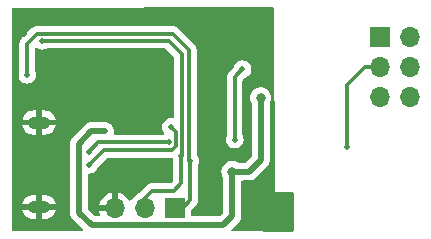
<source format=gbr>
%TF.GenerationSoftware,KiCad,Pcbnew,7.0.2*%
%TF.CreationDate,2023-06-02T20:19:36-04:00*%
%TF.ProjectId,Zaelio_USB_YHP,5a61656c-696f-45f5-9553-425f5948502e,rev?*%
%TF.SameCoordinates,Original*%
%TF.FileFunction,Copper,L2,Bot*%
%TF.FilePolarity,Positive*%
%FSLAX46Y46*%
G04 Gerber Fmt 4.6, Leading zero omitted, Abs format (unit mm)*
G04 Created by KiCad (PCBNEW 7.0.2) date 2023-06-02 20:19:36*
%MOMM*%
%LPD*%
G01*
G04 APERTURE LIST*
%TA.AperFunction,ComponentPad*%
%ADD10R,1.700000X1.700000*%
%TD*%
%TA.AperFunction,ComponentPad*%
%ADD11O,1.700000X1.700000*%
%TD*%
%TA.AperFunction,ComponentPad*%
%ADD12O,1.900000X1.050000*%
%TD*%
%TA.AperFunction,ViaPad*%
%ADD13C,0.500000*%
%TD*%
%TA.AperFunction,ViaPad*%
%ADD14C,0.800000*%
%TD*%
%TA.AperFunction,Conductor*%
%ADD15C,0.300000*%
%TD*%
%TA.AperFunction,Conductor*%
%ADD16C,0.500000*%
%TD*%
G04 APERTURE END LIST*
D10*
%TO.P,J1,1,Pin_1*%
%TO.N,Net-(J1-Pin_1)*%
X142790000Y-49595000D03*
D11*
%TO.P,J1,2,Pin_2*%
%TO.N,unconnected-(J1-Pin_2-Pad2)*%
X145330000Y-49595000D03*
%TO.P,J1,3,Pin_3*%
%TO.N,Net-(J1-Pin_3)*%
X142790000Y-52135000D03*
%TO.P,J1,4,Pin_4*%
%TO.N,unconnected-(J1-Pin_4-Pad4)*%
X145330000Y-52135000D03*
%TO.P,J1,5,Pin_5*%
%TO.N,Net-(J1-Pin_5)*%
X142790000Y-54675000D03*
%TO.P,J1,6,Pin_6*%
%TO.N,Earth*%
X145330000Y-54675000D03*
%TD*%
D10*
%TO.P,J3,1,Pin_1*%
%TO.N,/TX*%
X125390000Y-64110000D03*
D11*
%TO.P,J3,2,Pin_2*%
%TO.N,/RX*%
X122850000Y-64110000D03*
%TO.P,J3,3,Pin_3*%
%TO.N,GND*%
X120310000Y-64110000D03*
%TD*%
D12*
%TO.P,J2,6,Shield*%
%TO.N,GND*%
X113880000Y-56870000D03*
X113880000Y-64020000D03*
%TD*%
D13*
%TO.N,GND*%
X128000000Y-54000000D03*
X121000000Y-55000000D03*
X132000000Y-65000000D03*
X130000000Y-50000000D03*
X125000000Y-55000000D03*
X127000000Y-48000000D03*
X120000000Y-48000000D03*
X119000000Y-51000000D03*
X119000000Y-62000000D03*
X123000000Y-48000000D03*
X121000000Y-51000000D03*
X132000000Y-48000000D03*
X116000000Y-65000000D03*
X124000000Y-48000000D03*
X125000000Y-52000000D03*
X133000000Y-65000000D03*
X131000000Y-50000000D03*
X130000000Y-49000000D03*
X122000000Y-55000000D03*
X124000000Y-54000000D03*
X115000000Y-55000000D03*
X125000000Y-48000000D03*
X121000000Y-54000000D03*
X128000000Y-49000000D03*
X129000000Y-53000000D03*
X121000000Y-62000000D03*
X126000000Y-48000000D03*
X119000000Y-52000000D03*
X131000000Y-49000000D03*
X130000000Y-51000000D03*
X128000000Y-50000000D03*
X120000000Y-62000000D03*
X122000000Y-48000000D03*
X130000000Y-48000000D03*
X119000000Y-53000000D03*
X123000000Y-53000000D03*
X119000000Y-48000000D03*
X123000000Y-51000000D03*
X129000000Y-49000000D03*
X122000000Y-62000000D03*
X129000000Y-54000000D03*
X123000000Y-55000000D03*
X124000000Y-52000000D03*
X133000000Y-48000000D03*
X124000000Y-53000000D03*
X123000000Y-54000000D03*
X135000000Y-65000000D03*
X134000000Y-65000000D03*
X125000000Y-53000000D03*
X124000000Y-55000000D03*
X125000000Y-54000000D03*
X128000000Y-48000000D03*
X120000000Y-51000000D03*
X122000000Y-54000000D03*
X131000000Y-48000000D03*
X130000000Y-52000000D03*
X129000000Y-50000000D03*
X123000000Y-52000000D03*
X131000000Y-51000000D03*
X121000000Y-48000000D03*
X128000000Y-52000000D03*
X124000000Y-51000000D03*
X128000000Y-53000000D03*
X129000000Y-48000000D03*
X128000000Y-51000000D03*
X120000000Y-52000000D03*
X127000000Y-49000000D03*
X129000000Y-52000000D03*
X129000000Y-51000000D03*
X122000000Y-51000000D03*
X112590000Y-49390000D03*
X122000000Y-53000000D03*
X121000000Y-52000000D03*
X121000000Y-53000000D03*
X120000000Y-53000000D03*
X122000000Y-52000000D03*
D14*
%TO.N,/+5V_USB*%
X130240000Y-61020000D03*
X132650000Y-54800000D03*
D13*
X119470000Y-57600000D03*
%TO.N,/RX*%
X131110000Y-52360000D03*
X130460000Y-58310000D03*
X114170000Y-49950000D03*
X125920000Y-59690000D03*
%TO.N,/TX*%
X112880000Y-52820000D03*
X126690000Y-60090000D03*
%TO.N,Net-(J1-Pin_3)*%
X139930000Y-58980000D03*
%TO.N,Net-(J2-D-)*%
X124860000Y-58560000D03*
X118080000Y-59370000D03*
%TO.N,Net-(J2-D+)*%
X125070000Y-57260000D03*
X118130000Y-60450000D03*
%TD*%
D15*
%TO.N,GND*%
X112610000Y-56870000D02*
X113880000Y-56870000D01*
X112590000Y-49390000D02*
X112390000Y-49390000D01*
X112040000Y-49740000D02*
X112040000Y-56300000D01*
X112390000Y-49390000D02*
X112040000Y-49740000D01*
X112040000Y-56300000D02*
X112610000Y-56870000D01*
D16*
%TO.N,/+5V_USB*%
X130240000Y-61020000D02*
X130240000Y-64790000D01*
X130240000Y-64790000D02*
X129460000Y-65570000D01*
X130240000Y-61020000D02*
X131700000Y-61020000D01*
X129460000Y-65570000D02*
X118330000Y-65570000D01*
X132650000Y-60070000D02*
X132650000Y-54800000D01*
X118330000Y-65570000D02*
X117260000Y-64500000D01*
X117260000Y-58660000D02*
X118320000Y-57600000D01*
X117260000Y-64500000D02*
X117260000Y-58660000D01*
X131700000Y-61020000D02*
X132650000Y-60070000D01*
X118320000Y-57600000D02*
X119470000Y-57600000D01*
D15*
%TO.N,/RX*%
X122850000Y-63260000D02*
X122850000Y-64110000D01*
X125920000Y-59690000D02*
X125920000Y-62030000D01*
X125920000Y-62030000D02*
X125300000Y-62650000D01*
X125960000Y-51050000D02*
X125960000Y-59650000D01*
X130460000Y-58310000D02*
X130460000Y-53010000D01*
X114170000Y-49950000D02*
X124860000Y-49950000D01*
X123460000Y-62650000D02*
X122850000Y-63260000D01*
X125300000Y-62650000D02*
X123460000Y-62650000D01*
X124860000Y-49950000D02*
X125960000Y-51050000D01*
X130460000Y-53010000D02*
X131110000Y-52360000D01*
X125960000Y-59650000D02*
X125920000Y-59690000D01*
%TO.N,/TX*%
X113720000Y-49350000D02*
X112880000Y-50190000D01*
X125190000Y-49350000D02*
X113720000Y-49350000D01*
X126580000Y-50740000D02*
X125190000Y-49350000D01*
X126580000Y-59980000D02*
X126580000Y-50740000D01*
X126690000Y-60090000D02*
X126580000Y-59980000D01*
X126690000Y-60090000D02*
X126690000Y-63470000D01*
X126050000Y-64110000D02*
X125390000Y-64110000D01*
X126690000Y-63470000D02*
X126050000Y-64110000D01*
X112880000Y-50190000D02*
X112880000Y-52820000D01*
%TO.N,Net-(J1-Pin_3)*%
X139930000Y-58980000D02*
X139930000Y-53690000D01*
X139930000Y-53690000D02*
X141490000Y-52130000D01*
X141490000Y-52130000D02*
X141495000Y-52135000D01*
X141495000Y-52135000D02*
X142790000Y-52135000D01*
%TO.N,Net-(J2-D-)*%
X118890000Y-58560000D02*
X124860000Y-58560000D01*
X118080000Y-59370000D02*
X118890000Y-58560000D01*
%TO.N,Net-(J2-D+)*%
X119390000Y-59190000D02*
X125130000Y-59190000D01*
X125130000Y-59190000D02*
X125460000Y-58860000D01*
X118130000Y-60450000D02*
X119390000Y-59190000D01*
X125460000Y-58860000D02*
X125460000Y-57650000D01*
X125460000Y-57650000D02*
X125070000Y-57260000D01*
%TD*%
%TA.AperFunction,Conductor*%
%TO.N,GND*%
G36*
X133743319Y-47144748D02*
G01*
X133789133Y-47197501D01*
X133800396Y-47248742D01*
X133849999Y-62724999D01*
X133850000Y-62725000D01*
X135351000Y-62725000D01*
X135418039Y-62744685D01*
X135463794Y-62797489D01*
X135475000Y-62849000D01*
X135475000Y-65975739D01*
X135455315Y-66042778D01*
X135402511Y-66088533D01*
X135350740Y-66099739D01*
X130301315Y-66089152D01*
X130234317Y-66069327D01*
X130188673Y-66016427D01*
X130178874Y-65947248D01*
X130208033Y-65883753D01*
X130213870Y-65877496D01*
X130725641Y-65365724D01*
X130739260Y-65353954D01*
X130758530Y-65339610D01*
X130790372Y-65301661D01*
X130797686Y-65293681D01*
X130798264Y-65293102D01*
X130801591Y-65289776D01*
X130820853Y-65265413D01*
X130823076Y-65262686D01*
X130871302Y-65205214D01*
X130871303Y-65205211D01*
X130872115Y-65204244D01*
X130882573Y-65187828D01*
X130883107Y-65186680D01*
X130883111Y-65186677D01*
X130914845Y-65118621D01*
X130916371Y-65115470D01*
X130950040Y-65048433D01*
X130950040Y-65048431D01*
X130950609Y-65047299D01*
X130957002Y-65028906D01*
X130972431Y-64954184D01*
X130973212Y-64950660D01*
X130990500Y-64877721D01*
X130990500Y-64877717D01*
X130990790Y-64876494D01*
X130992770Y-64857114D01*
X130992733Y-64855857D01*
X130992734Y-64855855D01*
X130990551Y-64780902D01*
X130990499Y-64777294D01*
X130990500Y-61894500D01*
X131010185Y-61827461D01*
X131062989Y-61781706D01*
X131114500Y-61770500D01*
X131636294Y-61770500D01*
X131654264Y-61771809D01*
X131658320Y-61772402D01*
X131678023Y-61775289D01*
X131727368Y-61770972D01*
X131738176Y-61770500D01*
X131740100Y-61770500D01*
X131743709Y-61770500D01*
X131774550Y-61766894D01*
X131778031Y-61766539D01*
X131852797Y-61759999D01*
X131852797Y-61759998D01*
X131854052Y-61759889D01*
X131873062Y-61755674D01*
X131874250Y-61755241D01*
X131874255Y-61755241D01*
X131944820Y-61729557D01*
X131948095Y-61728419D01*
X132019334Y-61704814D01*
X132019336Y-61704812D01*
X132020536Y-61704415D01*
X132038063Y-61695929D01*
X132039112Y-61695238D01*
X132039117Y-61695237D01*
X132101806Y-61654005D01*
X132104798Y-61652099D01*
X132168656Y-61612712D01*
X132168656Y-61612711D01*
X132169729Y-61612050D01*
X132184824Y-61599753D01*
X132185692Y-61598832D01*
X132185696Y-61598830D01*
X132237184Y-61544254D01*
X132239630Y-61541736D01*
X133135642Y-60645724D01*
X133149260Y-60633954D01*
X133168530Y-60619610D01*
X133200366Y-60581667D01*
X133207680Y-60573688D01*
X133208264Y-60573103D01*
X133211591Y-60569777D01*
X133230833Y-60545439D01*
X133233090Y-60542670D01*
X133247853Y-60525075D01*
X133281302Y-60485214D01*
X133281303Y-60485211D01*
X133282115Y-60484244D01*
X133292573Y-60467827D01*
X133293106Y-60466682D01*
X133293111Y-60466677D01*
X133324833Y-60398646D01*
X133326362Y-60395488D01*
X133360040Y-60328433D01*
X133360040Y-60328432D01*
X133360612Y-60327294D01*
X133367000Y-60308914D01*
X133367255Y-60307675D01*
X133367257Y-60307673D01*
X133382447Y-60234103D01*
X133383186Y-60230770D01*
X133400500Y-60157721D01*
X133400500Y-60157716D01*
X133400791Y-60156489D01*
X133402770Y-60137121D01*
X133402733Y-60135859D01*
X133402734Y-60135856D01*
X133400552Y-60060868D01*
X133400500Y-60057262D01*
X133400500Y-55334321D01*
X133417113Y-55272321D01*
X133477179Y-55168284D01*
X133477178Y-55168284D01*
X133535674Y-54988256D01*
X133555460Y-54800000D01*
X133535674Y-54611744D01*
X133477179Y-54431716D01*
X133477179Y-54431715D01*
X133382533Y-54267783D01*
X133255870Y-54127110D01*
X133102730Y-54015848D01*
X132929802Y-53938855D01*
X132744648Y-53899500D01*
X132744646Y-53899500D01*
X132555354Y-53899500D01*
X132555352Y-53899500D01*
X132370197Y-53938855D01*
X132197269Y-54015848D01*
X132044129Y-54127110D01*
X131917466Y-54267783D01*
X131822820Y-54431715D01*
X131764326Y-54611742D01*
X131744540Y-54799999D01*
X131764326Y-54988257D01*
X131822820Y-55168284D01*
X131882887Y-55272321D01*
X131899500Y-55334321D01*
X131899499Y-59707770D01*
X131879814Y-59774809D01*
X131863180Y-59795451D01*
X131425451Y-60233181D01*
X131364128Y-60266666D01*
X131337770Y-60269500D01*
X130779337Y-60269500D01*
X130712298Y-60249815D01*
X130706450Y-60245817D01*
X130692728Y-60235847D01*
X130519802Y-60158855D01*
X130334648Y-60119500D01*
X130334646Y-60119500D01*
X130145354Y-60119500D01*
X130145352Y-60119500D01*
X129960197Y-60158855D01*
X129787269Y-60235848D01*
X129634129Y-60347110D01*
X129507466Y-60487783D01*
X129412820Y-60651715D01*
X129354326Y-60831742D01*
X129334540Y-61020000D01*
X129354326Y-61208257D01*
X129412820Y-61388284D01*
X129472887Y-61492321D01*
X129489500Y-61554321D01*
X129489500Y-64427770D01*
X129469815Y-64494809D01*
X129453181Y-64515451D01*
X129185451Y-64783181D01*
X129124128Y-64816666D01*
X129097770Y-64819500D01*
X126864500Y-64819500D01*
X126797461Y-64799815D01*
X126751706Y-64747011D01*
X126740500Y-64695500D01*
X126740499Y-64390807D01*
X126760183Y-64323768D01*
X126776813Y-64303131D01*
X127089513Y-63990431D01*
X127106162Y-63977094D01*
X127107936Y-63975204D01*
X127107940Y-63975202D01*
X127155897Y-63924131D01*
X127158515Y-63921429D01*
X127178912Y-63901034D01*
X127181611Y-63897553D01*
X127189185Y-63888684D01*
X127220448Y-63855393D01*
X127230672Y-63836793D01*
X127241351Y-63820536D01*
X127254363Y-63803763D01*
X127272498Y-63761852D01*
X127277633Y-63751374D01*
X127299626Y-63711370D01*
X127304903Y-63690815D01*
X127311208Y-63672399D01*
X127319636Y-63652926D01*
X127326778Y-63607824D01*
X127329143Y-63596405D01*
X127340500Y-63552177D01*
X127340500Y-63530954D01*
X127342027Y-63511554D01*
X127345347Y-63490595D01*
X127341050Y-63445136D01*
X127340500Y-63433467D01*
X127340500Y-60501087D01*
X127359508Y-60435113D01*
X127370455Y-60417691D01*
X127370456Y-60417690D01*
X127426313Y-60258059D01*
X127445249Y-60090000D01*
X127426313Y-59921941D01*
X127370456Y-59762310D01*
X127280477Y-59619110D01*
X127266818Y-59605451D01*
X127233334Y-59544129D01*
X127230500Y-59517771D01*
X127230500Y-58310000D01*
X129704750Y-58310000D01*
X129723686Y-58478056D01*
X129723686Y-58478058D01*
X129723687Y-58478059D01*
X129779544Y-58637690D01*
X129869523Y-58780890D01*
X129989110Y-58900477D01*
X130132310Y-58990456D01*
X130291941Y-59046313D01*
X130460000Y-59065249D01*
X130628059Y-59046313D01*
X130787690Y-58990456D01*
X130930890Y-58900477D01*
X131050477Y-58780890D01*
X131140456Y-58637690D01*
X131196313Y-58478059D01*
X131215249Y-58310000D01*
X131196313Y-58141941D01*
X131140456Y-57982310D01*
X131140454Y-57982307D01*
X131140454Y-57982306D01*
X131129506Y-57964882D01*
X131110500Y-57898911D01*
X131110500Y-53330806D01*
X131130185Y-53263767D01*
X131146810Y-53243134D01*
X131282004Y-53107939D01*
X131328725Y-53078583D01*
X131437690Y-53040456D01*
X131580890Y-52950477D01*
X131700477Y-52830890D01*
X131790456Y-52687690D01*
X131846313Y-52528059D01*
X131865249Y-52360000D01*
X131846313Y-52191941D01*
X131790456Y-52032310D01*
X131700477Y-51889110D01*
X131580890Y-51769523D01*
X131437690Y-51679544D01*
X131278059Y-51623687D01*
X131278058Y-51623686D01*
X131278056Y-51623686D01*
X131109999Y-51604750D01*
X130941943Y-51623686D01*
X130782310Y-51679544D01*
X130639108Y-51769524D01*
X130519524Y-51889108D01*
X130429542Y-52032312D01*
X130391416Y-52141270D01*
X130362056Y-52187996D01*
X130060484Y-52489568D01*
X130043831Y-52502910D01*
X129994133Y-52555833D01*
X129991428Y-52558625D01*
X129971089Y-52578965D01*
X129968713Y-52582027D01*
X129968702Y-52582040D01*
X129968378Y-52582459D01*
X129960806Y-52591323D01*
X129929550Y-52624607D01*
X129919322Y-52643212D01*
X129908645Y-52659467D01*
X129895636Y-52676238D01*
X129877506Y-52718132D01*
X129872370Y-52728616D01*
X129850372Y-52768632D01*
X129845091Y-52789199D01*
X129838791Y-52807600D01*
X129830364Y-52827074D01*
X129823223Y-52872161D01*
X129820855Y-52883598D01*
X129809500Y-52927824D01*
X129809500Y-52949045D01*
X129807973Y-52968444D01*
X129804653Y-52989403D01*
X129808950Y-53034858D01*
X129809500Y-53046528D01*
X129809500Y-57898911D01*
X129790494Y-57964882D01*
X129779545Y-57982306D01*
X129723686Y-58141943D01*
X129704750Y-58310000D01*
X127230500Y-58310000D01*
X127230500Y-50825503D01*
X127232841Y-50804300D01*
X127232759Y-50801706D01*
X127232760Y-50801704D01*
X127230561Y-50731736D01*
X127230500Y-50727841D01*
X127230500Y-50702976D01*
X127230500Y-50699075D01*
X127229948Y-50694709D01*
X127229030Y-50683055D01*
X127228271Y-50658893D01*
X127227597Y-50637431D01*
X127221675Y-50617048D01*
X127217732Y-50598011D01*
X127215071Y-50576942D01*
X127198263Y-50534491D01*
X127194480Y-50523442D01*
X127181744Y-50479602D01*
X127170937Y-50461329D01*
X127162382Y-50443866D01*
X127154568Y-50424129D01*
X127127733Y-50387193D01*
X127121325Y-50377436D01*
X127098084Y-50338138D01*
X127098081Y-50338135D01*
X127083068Y-50323122D01*
X127070435Y-50308330D01*
X127057963Y-50291163D01*
X127022779Y-50262056D01*
X127014140Y-50254194D01*
X125710434Y-48950488D01*
X125697091Y-48933833D01*
X125644166Y-48884134D01*
X125641369Y-48881423D01*
X125623789Y-48863843D01*
X125621035Y-48861089D01*
X125617956Y-48858701D01*
X125617951Y-48858696D01*
X125617548Y-48858383D01*
X125608669Y-48850800D01*
X125575392Y-48819551D01*
X125556793Y-48809326D01*
X125540532Y-48798645D01*
X125523764Y-48785638D01*
X125500177Y-48775431D01*
X125481869Y-48767508D01*
X125471379Y-48762369D01*
X125431367Y-48740372D01*
X125410800Y-48735091D01*
X125392398Y-48728791D01*
X125372924Y-48720364D01*
X125327837Y-48713223D01*
X125316398Y-48710854D01*
X125272178Y-48699500D01*
X125272177Y-48699500D01*
X125250955Y-48699500D01*
X125231556Y-48697973D01*
X125210596Y-48694653D01*
X125210595Y-48694653D01*
X125188558Y-48696736D01*
X125165139Y-48698950D01*
X125153470Y-48699500D01*
X113805504Y-48699500D01*
X113784294Y-48697158D01*
X113711737Y-48699439D01*
X113707842Y-48699500D01*
X113679075Y-48699500D01*
X113675213Y-48699987D01*
X113675192Y-48699989D01*
X113674681Y-48700054D01*
X113663059Y-48700968D01*
X113617430Y-48702402D01*
X113597051Y-48708323D01*
X113578007Y-48712267D01*
X113563639Y-48714082D01*
X113556941Y-48714929D01*
X113514490Y-48731736D01*
X113503443Y-48735518D01*
X113459598Y-48748256D01*
X113441330Y-48759060D01*
X113423864Y-48767617D01*
X113404129Y-48775431D01*
X113367202Y-48802260D01*
X113357442Y-48808671D01*
X113318136Y-48831917D01*
X113303125Y-48846928D01*
X113288336Y-48859558D01*
X113271164Y-48872034D01*
X113242057Y-48907218D01*
X113234196Y-48915856D01*
X112480484Y-49669568D01*
X112463831Y-49682910D01*
X112414133Y-49735833D01*
X112411428Y-49738625D01*
X112391089Y-49758965D01*
X112388713Y-49762027D01*
X112388702Y-49762040D01*
X112388378Y-49762459D01*
X112380806Y-49771323D01*
X112349550Y-49804607D01*
X112339322Y-49823212D01*
X112328645Y-49839467D01*
X112315636Y-49856238D01*
X112297506Y-49898132D01*
X112292370Y-49908616D01*
X112270372Y-49948632D01*
X112265091Y-49969199D01*
X112258791Y-49987600D01*
X112250364Y-50007074D01*
X112243223Y-50052161D01*
X112240855Y-50063598D01*
X112229500Y-50107824D01*
X112229500Y-50129045D01*
X112227973Y-50148444D01*
X112224653Y-50169403D01*
X112228950Y-50214858D01*
X112229500Y-50226528D01*
X112229500Y-52408911D01*
X112210494Y-52474882D01*
X112199545Y-52492306D01*
X112143686Y-52651943D01*
X112124750Y-52819999D01*
X112143686Y-52988056D01*
X112143686Y-52988058D01*
X112143687Y-52988059D01*
X112199544Y-53147690D01*
X112289523Y-53290890D01*
X112409110Y-53410477D01*
X112552310Y-53500456D01*
X112711941Y-53556313D01*
X112880000Y-53575249D01*
X113048059Y-53556313D01*
X113207690Y-53500456D01*
X113350890Y-53410477D01*
X113470477Y-53290890D01*
X113560456Y-53147690D01*
X113616313Y-52988059D01*
X113635249Y-52820000D01*
X113616313Y-52651941D01*
X113560456Y-52492310D01*
X113560454Y-52492307D01*
X113560454Y-52492306D01*
X113549506Y-52474882D01*
X113530500Y-52408911D01*
X113530500Y-51604750D01*
X113530500Y-50658889D01*
X113550184Y-50591854D01*
X113602987Y-50546099D01*
X113672146Y-50536155D01*
X113720470Y-50553898D01*
X113842310Y-50630456D01*
X114001941Y-50686313D01*
X114170000Y-50705249D01*
X114338059Y-50686313D01*
X114497690Y-50630456D01*
X114515114Y-50619507D01*
X114581088Y-50600500D01*
X124539192Y-50600500D01*
X124606231Y-50620185D01*
X124626873Y-50636819D01*
X125273180Y-51283126D01*
X125306665Y-51344449D01*
X125309499Y-51370807D01*
X125309499Y-56392980D01*
X125289814Y-56460019D01*
X125237010Y-56505774D01*
X125171615Y-56516200D01*
X125070000Y-56504750D01*
X124901943Y-56523686D01*
X124742310Y-56579544D01*
X124599108Y-56669524D01*
X124479524Y-56789108D01*
X124389544Y-56932310D01*
X124333686Y-57091943D01*
X124314750Y-57260000D01*
X124333686Y-57428056D01*
X124333686Y-57428058D01*
X124333687Y-57428059D01*
X124389544Y-57587690D01*
X124439519Y-57667225D01*
X124472384Y-57719528D01*
X124491384Y-57786765D01*
X124471016Y-57853600D01*
X124417749Y-57898814D01*
X124367390Y-57909500D01*
X120329132Y-57909500D01*
X120262093Y-57889815D01*
X120216338Y-57837011D01*
X120205910Y-57771629D01*
X120206311Y-57768063D01*
X120206313Y-57768059D01*
X120207009Y-57761874D01*
X120211437Y-57740202D01*
X120214130Y-57731210D01*
X120217855Y-57667225D01*
X120218426Y-57660546D01*
X120225249Y-57600000D01*
X120224141Y-57590177D01*
X120223572Y-57569085D01*
X120224331Y-57556065D01*
X120213828Y-57496504D01*
X120212732Y-57488912D01*
X120206313Y-57431941D01*
X120201837Y-57419151D01*
X120196763Y-57399728D01*
X120193865Y-57383289D01*
X120171358Y-57331114D01*
X120168180Y-57322964D01*
X120150457Y-57272313D01*
X120150456Y-57272310D01*
X120141301Y-57257740D01*
X120132444Y-57240898D01*
X120124377Y-57222196D01*
X120092608Y-57179524D01*
X120087090Y-57171465D01*
X120060477Y-57129110D01*
X120060476Y-57129109D01*
X120060475Y-57129107D01*
X120045731Y-57114363D01*
X120033950Y-57100732D01*
X120019610Y-57081470D01*
X119981659Y-57049625D01*
X119973684Y-57042317D01*
X119940889Y-57009522D01*
X119920138Y-56996483D01*
X119906402Y-56986477D01*
X119885214Y-56968697D01*
X119844195Y-56948097D01*
X119833874Y-56942280D01*
X119797690Y-56919544D01*
X119771106Y-56910241D01*
X119756415Y-56904012D01*
X119728435Y-56889961D01*
X119728434Y-56889960D01*
X119728433Y-56889960D01*
X119687311Y-56880213D01*
X119674975Y-56876604D01*
X119638059Y-56863687D01*
X119638057Y-56863686D01*
X119638055Y-56863686D01*
X119606455Y-56860125D01*
X119591748Y-56857563D01*
X119557724Y-56849500D01*
X119557721Y-56849500D01*
X119519110Y-56849500D01*
X119505225Y-56848720D01*
X119469999Y-56844750D01*
X119434775Y-56848720D01*
X119420890Y-56849500D01*
X118383706Y-56849500D01*
X118365736Y-56848191D01*
X118350476Y-56845956D01*
X118341977Y-56844711D01*
X118341976Y-56844711D01*
X118292634Y-56849028D01*
X118281827Y-56849500D01*
X118276291Y-56849500D01*
X118272730Y-56849916D01*
X118272715Y-56849917D01*
X118245484Y-56853100D01*
X118241900Y-56853466D01*
X118165950Y-56860111D01*
X118146922Y-56864329D01*
X118075270Y-56890407D01*
X118071869Y-56891589D01*
X117999480Y-56915578D01*
X117981927Y-56924076D01*
X117918236Y-56965965D01*
X117915198Y-56967901D01*
X117850277Y-57007947D01*
X117835163Y-57020258D01*
X117782832Y-57075725D01*
X117780320Y-57078311D01*
X116774359Y-58084271D01*
X116760728Y-58096051D01*
X116741470Y-58110388D01*
X116709635Y-58148328D01*
X116702338Y-58156292D01*
X116700972Y-58157657D01*
X116700950Y-58157681D01*
X116698409Y-58160223D01*
X116696173Y-58163050D01*
X116696171Y-58163053D01*
X116679176Y-58184546D01*
X116676902Y-58187337D01*
X116627894Y-58245744D01*
X116617418Y-58262187D01*
X116585192Y-58331294D01*
X116583622Y-58334536D01*
X116549393Y-58402692D01*
X116542996Y-58421098D01*
X116527573Y-58495788D01*
X116526793Y-58499305D01*
X116509208Y-58573506D01*
X116507229Y-58592879D01*
X116509448Y-58669129D01*
X116509500Y-58672735D01*
X116509499Y-64436294D01*
X116508190Y-64454261D01*
X116504710Y-64478019D01*
X116509028Y-64527368D01*
X116509500Y-64538175D01*
X116509500Y-64543709D01*
X116509916Y-64547272D01*
X116509917Y-64547282D01*
X116513098Y-64574496D01*
X116513464Y-64578082D01*
X116520109Y-64654041D01*
X116524329Y-64673071D01*
X116524758Y-64674251D01*
X116524759Y-64674255D01*
X116550413Y-64744742D01*
X116551582Y-64748107D01*
X116575580Y-64820524D01*
X116584075Y-64838072D01*
X116625979Y-64901784D01*
X116627889Y-64904782D01*
X116667288Y-64968656D01*
X116667952Y-64969732D01*
X116680253Y-64984830D01*
X116681168Y-64985693D01*
X116681170Y-64985696D01*
X116725662Y-65027672D01*
X116735709Y-65037151D01*
X116738296Y-65039664D01*
X117549186Y-65850554D01*
X117582671Y-65911877D01*
X117577687Y-65981569D01*
X117535815Y-66037502D01*
X117470351Y-66061919D01*
X117461245Y-66062235D01*
X111748576Y-66050259D01*
X111681578Y-66030434D01*
X111635934Y-65977534D01*
X111624836Y-65926425D01*
X111622645Y-64270000D01*
X112459715Y-64270000D01*
X112503441Y-64414150D01*
X112598620Y-64592215D01*
X112726707Y-64748292D01*
X112882784Y-64876379D01*
X113060848Y-64971557D01*
X113254067Y-65030170D01*
X113401604Y-65044701D01*
X113407689Y-65045000D01*
X113630000Y-65045000D01*
X113630000Y-64270000D01*
X114130000Y-64270000D01*
X114130000Y-65045000D01*
X114352311Y-65045000D01*
X114358395Y-65044701D01*
X114505932Y-65030170D01*
X114699151Y-64971557D01*
X114877215Y-64876379D01*
X115033292Y-64748292D01*
X115161379Y-64592215D01*
X115256558Y-64414150D01*
X115300285Y-64270000D01*
X114130000Y-64270000D01*
X113630000Y-64270000D01*
X112459715Y-64270000D01*
X111622645Y-64270000D01*
X111622346Y-64044044D01*
X113251233Y-64044044D01*
X113280791Y-64135013D01*
X113344794Y-64206096D01*
X113432175Y-64245000D01*
X114303650Y-64245000D01*
X114373560Y-64230140D01*
X114450943Y-64173918D01*
X114498769Y-64091082D01*
X114508767Y-63995956D01*
X114479209Y-63904987D01*
X114415206Y-63833904D01*
X114327825Y-63795000D01*
X113456350Y-63795000D01*
X113386440Y-63809860D01*
X113309057Y-63866082D01*
X113261231Y-63948918D01*
X113251233Y-64044044D01*
X111622346Y-64044044D01*
X111621984Y-63770000D01*
X112459715Y-63770000D01*
X113630000Y-63770000D01*
X113630000Y-62995000D01*
X114130000Y-62995000D01*
X114130000Y-63770000D01*
X115300285Y-63770000D01*
X115256558Y-63625849D01*
X115161379Y-63447784D01*
X115033292Y-63291707D01*
X114877215Y-63163620D01*
X114699151Y-63068442D01*
X114505932Y-63009829D01*
X114358395Y-62995298D01*
X114352311Y-62995000D01*
X114130000Y-62995000D01*
X113630000Y-62995000D01*
X113407689Y-62995000D01*
X113401604Y-62995298D01*
X113254067Y-63009829D01*
X113060848Y-63068442D01*
X112882784Y-63163620D01*
X112726707Y-63291707D01*
X112598620Y-63447784D01*
X112503441Y-63625849D01*
X112459715Y-63770000D01*
X111621984Y-63770000D01*
X111613187Y-57120000D01*
X112459715Y-57120000D01*
X112503441Y-57264150D01*
X112598620Y-57442215D01*
X112726707Y-57598292D01*
X112882784Y-57726379D01*
X113060848Y-57821557D01*
X113254067Y-57880170D01*
X113401604Y-57894701D01*
X113407689Y-57895000D01*
X113630000Y-57895000D01*
X113630000Y-57120000D01*
X114130000Y-57120000D01*
X114130000Y-57895000D01*
X114352311Y-57895000D01*
X114358395Y-57894701D01*
X114505932Y-57880170D01*
X114699151Y-57821557D01*
X114877215Y-57726379D01*
X115033292Y-57598292D01*
X115161379Y-57442215D01*
X115256558Y-57264150D01*
X115300285Y-57120000D01*
X114130000Y-57120000D01*
X113630000Y-57120000D01*
X112459715Y-57120000D01*
X111613187Y-57120000D01*
X111612888Y-56894044D01*
X113251233Y-56894044D01*
X113280791Y-56985013D01*
X113344794Y-57056096D01*
X113432175Y-57095000D01*
X114303650Y-57095000D01*
X114373560Y-57080140D01*
X114450943Y-57023918D01*
X114498769Y-56941082D01*
X114508767Y-56845956D01*
X114479209Y-56754987D01*
X114415206Y-56683904D01*
X114327825Y-56645000D01*
X113456350Y-56645000D01*
X113386440Y-56659860D01*
X113309057Y-56716082D01*
X113261231Y-56798918D01*
X113251233Y-56894044D01*
X111612888Y-56894044D01*
X111612526Y-56620000D01*
X112459715Y-56620000D01*
X113630000Y-56620000D01*
X113630000Y-55845000D01*
X114130000Y-55845000D01*
X114130000Y-56620000D01*
X115300285Y-56620000D01*
X115256558Y-56475849D01*
X115161379Y-56297784D01*
X115033292Y-56141707D01*
X114877215Y-56013620D01*
X114699151Y-55918442D01*
X114505932Y-55859829D01*
X114358395Y-55845298D01*
X114352311Y-55845000D01*
X114130000Y-55845000D01*
X113630000Y-55845000D01*
X113407689Y-55845000D01*
X113401604Y-55845298D01*
X113254067Y-55859829D01*
X113060848Y-55918442D01*
X112882784Y-56013620D01*
X112726707Y-56141707D01*
X112598620Y-56297784D01*
X112503441Y-56475849D01*
X112459715Y-56620000D01*
X111612526Y-56620000D01*
X111600164Y-47274023D01*
X111619760Y-47206959D01*
X111672503Y-47161134D01*
X111724022Y-47149860D01*
X133676258Y-47125139D01*
X133743319Y-47144748D01*
G37*
%TD.AperFunction*%
%TA.AperFunction,Conductor*%
G36*
X125065704Y-59842841D02*
G01*
X125068294Y-59842759D01*
X125068296Y-59842760D01*
X125086237Y-59842196D01*
X125153861Y-59859765D01*
X125201252Y-59911106D01*
X125207174Y-59925180D01*
X125239545Y-60017692D01*
X125250492Y-60035113D01*
X125269500Y-60101087D01*
X125269499Y-61709191D01*
X125249814Y-61776231D01*
X125233180Y-61796872D01*
X125066871Y-61963182D01*
X125005551Y-61996666D01*
X124979192Y-61999500D01*
X123545504Y-61999500D01*
X123524294Y-61997158D01*
X123451737Y-61999439D01*
X123447842Y-61999500D01*
X123419075Y-61999500D01*
X123415213Y-61999987D01*
X123415192Y-61999989D01*
X123414681Y-62000054D01*
X123403059Y-62000968D01*
X123357430Y-62002402D01*
X123337051Y-62008323D01*
X123318007Y-62012267D01*
X123303639Y-62014082D01*
X123296941Y-62014929D01*
X123254490Y-62031736D01*
X123243443Y-62035518D01*
X123199598Y-62048256D01*
X123181330Y-62059060D01*
X123163864Y-62067617D01*
X123144129Y-62075431D01*
X123107202Y-62102260D01*
X123097442Y-62108671D01*
X123058136Y-62131917D01*
X123043125Y-62146928D01*
X123028336Y-62159558D01*
X123011164Y-62172034D01*
X122982057Y-62207218D01*
X122974196Y-62215856D01*
X122450484Y-62739568D01*
X122433831Y-62752910D01*
X122384133Y-62805833D01*
X122381428Y-62808625D01*
X122361089Y-62828965D01*
X122358712Y-62832028D01*
X122358688Y-62832056D01*
X122358363Y-62832476D01*
X122350824Y-62841303D01*
X122348225Y-62844072D01*
X122310218Y-62871592D01*
X122172168Y-62935966D01*
X121978598Y-63071505D01*
X121811508Y-63238595D01*
X121681269Y-63424596D01*
X121626692Y-63468220D01*
X121557193Y-63475413D01*
X121494839Y-63443891D01*
X121478119Y-63424595D01*
X121348109Y-63238921D01*
X121181081Y-63071893D01*
X120987576Y-62936399D01*
X120773492Y-62836569D01*
X120560000Y-62779364D01*
X120560000Y-63674498D01*
X120452315Y-63625320D01*
X120345763Y-63610000D01*
X120274237Y-63610000D01*
X120167685Y-63625320D01*
X120059999Y-63674498D01*
X120059999Y-62779364D01*
X119846507Y-62836569D01*
X119632421Y-62936400D01*
X119438921Y-63071890D01*
X119271890Y-63238921D01*
X119136400Y-63432421D01*
X119036569Y-63646507D01*
X118979364Y-63859999D01*
X118979364Y-63860000D01*
X119876314Y-63860000D01*
X119850507Y-63900156D01*
X119810000Y-64038111D01*
X119810000Y-64181889D01*
X119850507Y-64319844D01*
X119876314Y-64360000D01*
X118979364Y-64360000D01*
X119036569Y-64573492D01*
X119069026Y-64643095D01*
X119079518Y-64712172D01*
X119050999Y-64775956D01*
X118992522Y-64814196D01*
X118956644Y-64819500D01*
X118692229Y-64819500D01*
X118625190Y-64799815D01*
X118604548Y-64783181D01*
X118046819Y-64225451D01*
X118013334Y-64164128D01*
X118010500Y-64137770D01*
X118010500Y-61329526D01*
X118030185Y-61262487D01*
X118082989Y-61216732D01*
X118120617Y-61206306D01*
X118129998Y-61205248D01*
X118130000Y-61205249D01*
X118298059Y-61186313D01*
X118457690Y-61130456D01*
X118600890Y-61040477D01*
X118720477Y-60920890D01*
X118810456Y-60777690D01*
X118848583Y-60668724D01*
X118877941Y-60622003D01*
X119623126Y-59876819D01*
X119684450Y-59843334D01*
X119710808Y-59840500D01*
X125044495Y-59840500D01*
X125065704Y-59842841D01*
G37*
%TD.AperFunction*%
%TD*%
M02*

</source>
